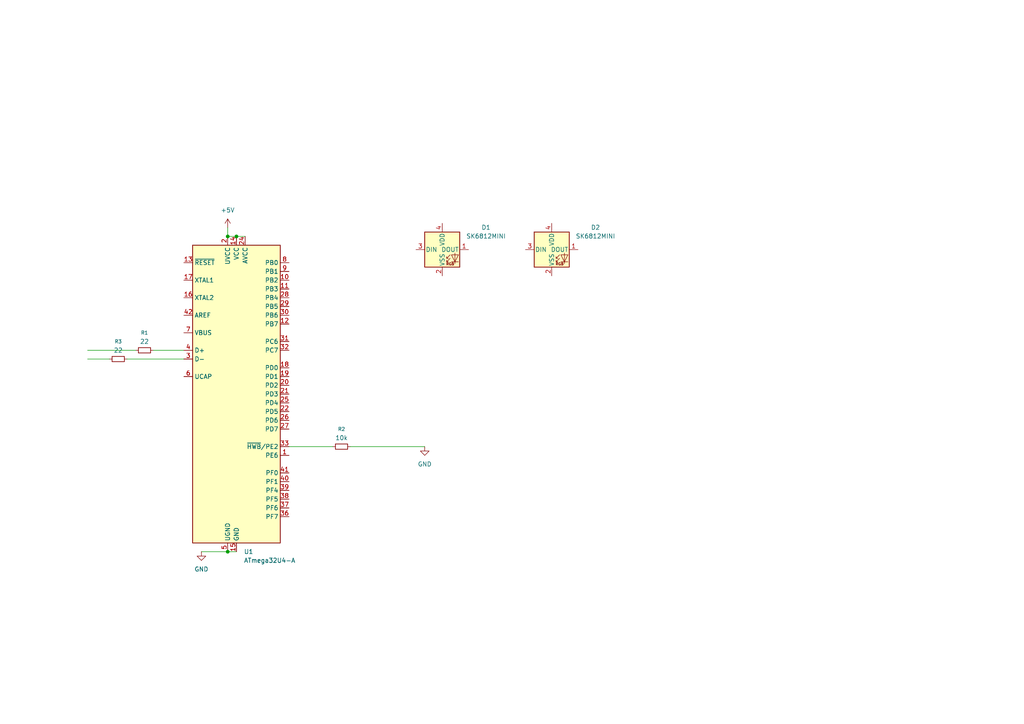
<source format=kicad_sch>
(kicad_sch (version 20250114) (generator "eeschema") (generator_version "9.0")
  (paper "A4")
  (lib_symbols
    (symbol "Device:R_Small" (pin_numbers (hide yes)) (pin_names (offset 0.254) (hide yes))
      (property "Reference" "R" (at 0 0 90))
      (property "Value" "R_Small" (at 1.778 0 90))
      (symbol "R_Small_0_1"
        (rectangle (start -0.762 1.778) (end 0.762 -1.778) (stroke (width 0.2032)))
      )
      (symbol "R_Small_1_1"
        (pin passive line (at 0 2.54 270) (length 0.762) (name "~") (number "1"))
        (pin passive line (at 0 -2.54 90) (length 0.762) (name "~") (number "2"))
      )
    )
    (symbol "LED:SK6812MINI" (pin_names (offset 0.254))
      (property "Reference" "D" (at 5.08 5.715 0))
      (property "Value" "SK6812MINI" (at 1.27 -5.715 0))
      (symbol "SK6812MINI_0_0"
        (text "RGB" (at 2.286 -4.191 0) (effects (font (size 0.762 0.762))))
      )
      (symbol "SK6812MINI_0_1"
        (polyline (pts (xy 1.27 -2.54) (xy 1.778 -2.54)))
        (polyline (pts (xy 1.27 -3.556) (xy 1.778 -3.556)))
        (polyline (pts (xy 2.286 -1.524) (xy 1.27 -2.54) (xy 1.27 -2.032)))
        (polyline (pts (xy 2.286 -2.54) (xy 1.27 -3.556) (xy 1.27 -3.048)))
        (polyline (pts (xy 3.683 -1.016) (xy 3.683 -3.556) (xy 3.683 -4.064)))
        (polyline (pts (xy 4.699 -1.524) (xy 2.667 -1.524) (xy 3.683 -3.556) (xy 4.699 -1.524)))
        (polyline (pts (xy 4.699 -3.556) (xy 2.667 -3.556)))
        (rectangle (start 5.08 5.08) (end -5.08 -5.08) (stroke (width 0.254)) (fill (type background)))
      )
      (symbol "SK6812MINI_1_1"
        (pin input line (at -7.62 0 0) (length 2.54) (name "DIN") (number "3"))
        (pin power_in line (at 0 7.62 270) (length 2.54) (name "VDD") (number "4"))
        (pin power_in line (at 0 -7.62 90) (length 2.54) (name "VSS") (number "2"))
        (pin output line (at 7.62 0 180) (length 2.54) (name "DOUT") (number "1"))
      )
    )
    (symbol "MCU_Microchip_ATmega:ATmega32U4-A"
      (property "Reference" "U" (at -12.7 44.45 0))
      (property "Value" "ATmega32U4-A" (at 2.54 -44.45 0))
      (symbol "ATmega32U4-A_0_1"
        (rectangle (start -12.7 -43.18) (end 12.7 43.18) (stroke (width 0.254)) (fill (type background)))
      )
      (symbol "ATmega32U4-A_1_1"
        (pin input line (at -15.24 38.1 0) (length 2.54) (name "~{RESET}") (number "13"))
        (pin input line (at -15.24 33.02 0) (length 2.54) (name "XTAL1") (number "17"))
        (pin output line (at -15.24 27.94 0) (length 2.54) (name "XTAL2") (number "16"))
        (pin passive line (at -15.24 22.86 0) (length 2.54) (name "AREF") (number "42"))
        (pin input line (at -15.24 17.78 0) (length 2.54) (name "VBUS") (number "7"))
        (pin bidirectional line (at -15.24 12.7 0) (length 2.54) (name "D+") (number "4"))
        (pin bidirectional line (at -15.24 10.16 0) (length 2.54) (name "D-") (number "3"))
        (pin passive line (at -15.24 5.08 0) (length 2.54) (name "UCAP") (number "6"))
        (pin power_in line (at -2.54 45.72 270) (length 2.54) (name "UVCC") (number "2"))
        (pin passive line (at -2.54 -45.72 90) (length 2.54) (name "UGND") (number "5"))
        (pin power_in line (at 0 45.72 270) (length 2.54) (name "VCC") (number "14"))
        (pin passive line (at 0 45.72 270) (length 2.54) (hide yes) (name "VCC") (number "34"))
        (pin power_in line (at 0 -45.72 90) (length 2.54) (name "GND") (number "15"))
        (pin passive line (at 0 -45.72 90) (length 2.54) (hide yes) (name "GND") (number "23"))
        (pin passive line (at 0 -45.72 90) (length 2.54) (hide yes) (name "GND") (number "35"))
        (pin passive line (at 0 -45.72 90) (length 2.54) (hide yes) (name "GND") (number "43"))
        (pin power_in line (at 2.54 45.72 270) (length 2.54) (name "AVCC") (number "24"))
        (pin passive line (at 2.54 45.72 270) (length 2.54) (hide yes) (name "AVCC") (number "44"))
        (pin bidirectional line (at 15.24 38.1 180) (length 2.54) (name "PB0") (number "8"))
        (pin bidirectional line (at 15.24 35.56 180) (length 2.54) (name "PB1") (number "9"))
        (pin bidirectional line (at 15.24 33.02 180) (length 2.54) (name "PB2") (number "10"))
        (pin bidirectional line (at 15.24 30.48 180) (length 2.54) (name "PB3") (number "11"))
        (pin bidirectional line (at 15.24 27.94 180) (length 2.54) (name "PB4") (number "28"))
        (pin bidirectional line (at 15.24 25.4 180) (length 2.54) (name "PB5") (number "29"))
        (pin bidirectional line (at 15.24 22.86 180) (length 2.54) (name "PB6") (number "30"))
        (pin bidirectional line (at 15.24 20.32 180) (length 2.54) (name "PB7") (number "12"))
        (pin bidirectional line (at 15.24 15.24 180) (length 2.54) (name "PC6") (number "31"))
        (pin bidirectional line (at 15.24 12.7 180) (length 2.54) (name "PC7") (number "32"))
        (pin bidirectional line (at 15.24 7.62 180) (length 2.54) (name "PD0") (number "18"))
        (pin bidirectional line (at 15.24 5.08 180) (length 2.54) (name "PD1") (number "19"))
        (pin bidirectional line (at 15.24 2.54 180) (length 2.54) (name "PD2") (number "20"))
        (pin bidirectional line (at 15.24 0 180) (length 2.54) (name "PD3") (number "21"))
        (pin bidirectional line (at 15.24 -2.54 180) (length 2.54) (name "PD4") (number "25"))
        (pin bidirectional line (at 15.24 -5.08 180) (length 2.54) (name "PD5") (number "22"))
        (pin bidirectional line (at 15.24 -7.62 180) (length 2.54) (name "PD6") (number "26"))
        (pin bidirectional line (at 15.24 -10.16 180) (length 2.54) (name "PD7") (number "27"))
        (pin bidirectional line (at 15.24 -15.24 180) (length 2.54) (name "~{HWB}/PE2") (number "33"))
        (pin bidirectional line (at 15.24 -17.78 180) (length 2.54) (name "PE6") (number "1"))
        (pin bidirectional line (at 15.24 -22.86 180) (length 2.54) (name "PF0") (number "41"))
        (pin bidirectional line (at 15.24 -25.4 180) (length 2.54) (name "PF1") (number "40"))
        (pin bidirectional line (at 15.24 -27.94 180) (length 2.54) (name "PF4") (number "39"))
        (pin bidirectional line (at 15.24 -30.48 180) (length 2.54) (name "PF5") (number "38"))
        (pin bidirectional line (at 15.24 -33.02 180) (length 2.54) (name "PF6") (number "37"))
        (pin bidirectional line (at 15.24 -35.56 180) (length 2.54) (name "PF7") (number "36"))
      )
    )
    (symbol "power:+5V" (power) (pin_numbers (hide yes)) (pin_names (offset 0) (hide yes))
      (property "Value" "+5V" (at 0 3.556 0))
      (symbol "+5V_0_1"
        (polyline (pts (xy -0.762 1.27) (xy 0 2.54)))
        (polyline (pts (xy 0 2.54) (xy 0.762 1.27)))
        (polyline (pts (xy 0 0) (xy 0 2.54)))
      )
      (symbol "+5V_1_1"
        (pin power_in line (at 0 0 90) (length 0) (name "~") (number "1"))
      )
    )
    (symbol "power:GND" (power) (pin_numbers (hide yes)) (pin_names (offset 0) (hide yes))
      (property "Value" "GND" (at 0 -3.81 0))
      (symbol "GND_0_1"
        (polyline (pts (xy 0 0) (xy 0 -1.27) (xy 1.27 -1.27) (xy 0 -2.54) (xy -1.27 -1.27) (xy 0 -1.27)))
      )
      (symbol "GND_1_1"
        (pin power_in line (at 0 0 270) (length 0) (name "~") (number "1"))
      )
    )
  )
  (junction (at 66.04 160.02))
  (junction (at 66.04 68.58))
  (junction (at 68.58 68.58))
  (wire (pts (xy 36.83 104.14) (xy 53.34 104.14)))
  (wire (pts (xy 44.45 101.6) (xy 53.34 101.6)))
  (wire (pts (xy 25.4 101.6) (xy 39.37 101.6)))
  (wire (pts (xy 66.04 66.04) (xy 66.04 68.58)))
  (wire (pts (xy 66.04 68.58) (xy 68.58 68.58)))
  (wire (pts (xy 68.58 68.58) (xy 71.12 68.58)))
  (wire (pts (xy 58.42 160.02) (xy 66.04 160.02)))
  (wire (pts (xy 83.82 129.54) (xy 96.52 129.54)))
  (wire (pts (xy 101.6 129.54) (xy 123.19 129.54)))
  (wire (pts (xy 66.04 160.02) (xy 68.58 160.02)))
  (wire (pts (xy 25.4 104.14) (xy 31.75 104.14)))
  (symbol (lib_id "power:+5V") (at 66.04 66.04 0) (unit 1)
    (property "Reference" "#PWR01" (effects (hide yes)))
    (property "Value" "+5V" (at 66.04 60.96 0))
    (property "Description" "Power symbol creates a global label with name \"+5V\"" (effects (hide yes)))
  )
  (symbol (lib_id "Device:R_Small") (at 34.29 104.14 90) (unit 1)
    (property "Reference" "R3" (at 34.29 99.06 90) (effects (font (size 1.016 1.016))))
    (property "Value" "22" (at 34.29 101.6 90))
    (property "Description" "Resistor, small symbol" (effects (hide yes)))
  )
  (symbol (lib_id "LED:SK6812MINI") (at 160.02 72.39 0) (unit 1)
    (property "Reference" "D2" (at 172.72 65.9698 0))
    (property "Value" "SK6812MINI" (at 172.72 68.5098 0))
    (property "Footprint" "LED_SMD:LED_SK6812MINI_PLCC4_3.5x3.5mm_P1.75mm" (effects (hide yes)))
    (property "Datasheet" "https://cdn-shop.adafruit.com/product-files/2686/SK6812MINI_REV.01-1-2.pdf" (effects (hide yes)))
    (property "Description" "RGB LED with integrated controller" (effects (hide yes)))
  )
  (symbol (lib_id "Device:R_Small") (at 99.06 129.54 90) (unit 1)
    (property "Reference" "R2" (at 99.06 124.46 90) (effects (font (size 1.016 1.016))))
    (property "Value" "10k" (at 99.06 127 90))
    (property "Description" "Resistor, small symbol" (effects (hide yes)))
  )
  (symbol (lib_id "power:GND") (at 123.19 129.54 0) (unit 1)
    (property "Reference" "#PWR03" (effects (hide yes)))
    (property "Value" "GND" (at 123.19 134.62 0))
    (property "Description" "Power symbol creates a global label with name \"GND\" , ground" (effects (hide yes)))
  )
  (symbol (lib_id "power:GND") (at 58.42 160.02 0) (unit 1)
    (property "Reference" "#PWR02" (effects (hide yes)))
    (property "Value" "GND" (at 58.42 165.1 0))
    (property "Description" "Power symbol creates a global label with name \"GND\" , ground" (effects (hide yes)))
  )
  (symbol (lib_id "MCU_Microchip_ATmega:ATmega32U4-A") (at 68.58 114.3 0) (unit 1)
    (property "Reference" "U1" (at 70.7233 160.02 0) (effects (justify left)))
    (property "Value" "ATmega32U4-A" (at 70.7233 162.56 0) (effects (justify left)))
    (property "Footprint" "Package_QFP:TQFP-44_10x10mm_P0.8mm" (effects (hide yes)))
    (property "Datasheet" "http://ww1.microchip.com/downloads/en/DeviceDoc/Atmel-7766-8-bit-AVR-ATmega16U4-32U4_Datasheet.pdf" (effects (hide yes)))
    (property "Description" "16MHz, 32kB Flash, 2.5kB SRAM, 1kB EEPROM, USB 2.0, TQFP-44" (effects (hide yes)))
  )
  (symbol (lib_id "Device:R_Small") (at 41.91 101.6 90) (unit 1)
    (property "Reference" "R1" (at 41.91 96.52 90) (effects (font (size 1.016 1.016))))
    (property "Value" "22" (at 41.91 99.06 90))
    (property "Description" "Resistor, small symbol" (effects (hide yes)))
  )
  (symbol (lib_id "LED:SK6812MINI") (at 128.27 72.39 0) (unit 1)
    (property "Reference" "D1" (at 140.97 65.9698 0))
    (property "Value" "SK6812MINI" (at 140.97 68.5098 0))
    (property "Footprint" "LED_SMD:LED_SK6812MINI_PLCC4_3.5x3.5mm_P1.75mm" (effects (hide yes)))
    (property "Datasheet" "https://cdn-shop.adafruit.com/product-files/2686/SK6812MINI_REV.01-1-2.pdf" (effects (hide yes)))
    (property "Description" "RGB LED with integrated controller" (effects (hide yes)))
  )
)
</source>
